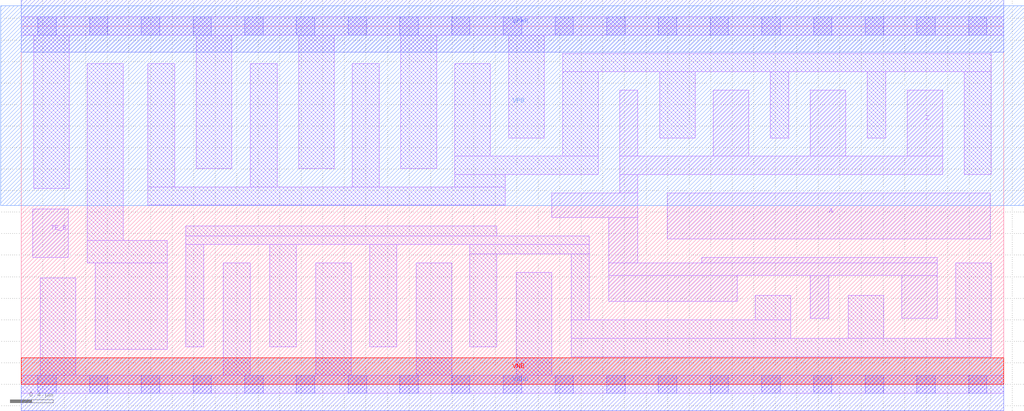
<source format=lef>
# Copyright 2020 The SkyWater PDK Authors
#
# Licensed under the Apache License, Version 2.0 (the "License");
# you may not use this file except in compliance with the License.
# You may obtain a copy of the License at
#
#     https://www.apache.org/licenses/LICENSE-2.0
#
# Unless required by applicable law or agreed to in writing, software
# distributed under the License is distributed on an "AS IS" BASIS,
# WITHOUT WARRANTIES OR CONDITIONS OF ANY KIND, either express or implied.
# See the License for the specific language governing permissions and
# limitations under the License.
#
# SPDX-License-Identifier: Apache-2.0

VERSION 5.7 ;
  NOWIREEXTENSIONATPIN ON ;
  DIVIDERCHAR "/" ;
  BUSBITCHARS "[]" ;
MACRO sky130_fd_sc_ls__einvn_8
  CLASS CORE ;
  FOREIGN sky130_fd_sc_ls__einvn_8 ;
  ORIGIN  0.000000  0.000000 ;
  SIZE  9.120000 BY  3.330000 ;
  SYMMETRY X Y ;
  SITE unit ;
  PIN A
    ANTENNAGATEAREA  2.232000 ;
    DIRECTION INPUT ;
    USE SIGNAL ;
    PORT
      LAYER li1 ;
        RECT 5.995000 1.350000 8.995000 1.780000 ;
    END
  END A
  PIN TE_B
    ANTENNAGATEAREA  1.623000 ;
    DIRECTION INPUT ;
    USE SIGNAL ;
    PORT
      LAYER li1 ;
        RECT 0.105000 1.180000 0.435000 1.630000 ;
    END
  END TE_B
  PIN Z
    ANTENNADIFFAREA  2.332400 ;
    DIRECTION OUTPUT ;
    USE SIGNAL ;
    PORT
      LAYER li1 ;
        RECT 4.925000 1.550000 5.725000 1.780000 ;
        RECT 5.455000 0.770000 6.645000 1.010000 ;
        RECT 5.455000 1.010000 8.505000 1.130000 ;
        RECT 5.455000 1.130000 5.725000 1.550000 ;
        RECT 5.555000 1.780000 5.725000 1.950000 ;
        RECT 5.555000 1.950000 8.555000 2.120000 ;
        RECT 5.555000 2.120000 5.725000 2.735000 ;
        RECT 6.315000 1.130000 8.505000 1.180000 ;
        RECT 6.425000 2.120000 6.755000 2.735000 ;
        RECT 7.325000 0.615000 7.495000 1.010000 ;
        RECT 7.325000 2.120000 7.655000 2.735000 ;
        RECT 8.175000 0.615000 8.505000 1.010000 ;
        RECT 8.225000 2.120000 8.555000 2.735000 ;
    END
  END Z
  PIN VGND
    DIRECTION INOUT ;
    SHAPE ABUTMENT ;
    USE GROUND ;
    PORT
      LAYER met1 ;
        RECT 0.000000 -0.245000 9.120000 0.245000 ;
    END
  END VGND
  PIN VNB
    DIRECTION INOUT ;
    USE GROUND ;
    PORT
      LAYER pwell ;
        RECT 0.000000 0.000000 9.120000 0.245000 ;
    END
  END VNB
  PIN VPB
    DIRECTION INOUT ;
    USE POWER ;
    PORT
      LAYER nwell ;
        RECT -0.190000 1.660000 9.310000 3.520000 ;
    END
  END VPB
  PIN VPWR
    DIRECTION INOUT ;
    SHAPE ABUTMENT ;
    USE POWER ;
    PORT
      LAYER met1 ;
        RECT 0.000000 3.085000 9.120000 3.575000 ;
    END
  END VPWR
  OBS
    LAYER li1 ;
      RECT 0.000000 -0.085000 9.120000 0.085000 ;
      RECT 0.000000  3.245000 9.120000 3.415000 ;
      RECT 0.115000  1.820000 0.445000 3.245000 ;
      RECT 0.175000  0.085000 0.505000 0.990000 ;
      RECT 0.615000  1.130000 1.355000 1.335000 ;
      RECT 0.615000  1.335000 0.945000 2.980000 ;
      RECT 0.685000  0.325000 1.355000 1.130000 ;
      RECT 1.175000  1.665000 4.495000 1.835000 ;
      RECT 1.175000  1.835000 1.425000 2.980000 ;
      RECT 1.525000  0.350000 1.695000 1.300000 ;
      RECT 1.525000  1.300000 5.275000 1.380000 ;
      RECT 1.525000  1.380000 4.415000 1.470000 ;
      RECT 1.625000  2.005000 1.955000 3.245000 ;
      RECT 1.875000  0.085000 2.125000 1.130000 ;
      RECT 2.125000  1.835000 2.375000 2.980000 ;
      RECT 2.305000  0.350000 2.555000 1.300000 ;
      RECT 2.575000  2.005000 2.905000 3.245000 ;
      RECT 2.735000  0.085000 3.065000 1.130000 ;
      RECT 3.075000  1.835000 3.325000 2.980000 ;
      RECT 3.235000  0.350000 3.485000 1.300000 ;
      RECT 3.525000  2.005000 3.855000 3.245000 ;
      RECT 3.665000  0.085000 3.995000 1.130000 ;
      RECT 4.025000  1.835000 4.495000 1.950000 ;
      RECT 4.025000  1.950000 5.355000 2.120000 ;
      RECT 4.025000  2.120000 4.355000 2.980000 ;
      RECT 4.165000  0.350000 4.415000 1.210000 ;
      RECT 4.165000  1.210000 5.275000 1.300000 ;
      RECT 4.525000  2.290000 4.855000 3.245000 ;
      RECT 4.595000  0.085000 4.925000 1.040000 ;
      RECT 5.025000  2.120000 5.355000 2.905000 ;
      RECT 5.025000  2.905000 9.005000 3.075000 ;
      RECT 5.105000  0.255000 9.005000 0.425000 ;
      RECT 5.105000  0.425000 7.145000 0.600000 ;
      RECT 5.105000  0.600000 5.275000 1.210000 ;
      RECT 5.925000  2.290000 6.255000 2.905000 ;
      RECT 6.815000  0.600000 7.145000 0.825000 ;
      RECT 6.955000  2.290000 7.125000 2.905000 ;
      RECT 7.675000  0.425000 8.005000 0.825000 ;
      RECT 7.855000  2.290000 8.025000 2.905000 ;
      RECT 8.675000  0.425000 9.005000 1.130000 ;
      RECT 8.755000  1.950000 9.005000 2.905000 ;
    LAYER mcon ;
      RECT 0.155000 -0.085000 0.325000 0.085000 ;
      RECT 0.155000  3.245000 0.325000 3.415000 ;
      RECT 0.635000 -0.085000 0.805000 0.085000 ;
      RECT 0.635000  3.245000 0.805000 3.415000 ;
      RECT 1.115000 -0.085000 1.285000 0.085000 ;
      RECT 1.115000  3.245000 1.285000 3.415000 ;
      RECT 1.595000 -0.085000 1.765000 0.085000 ;
      RECT 1.595000  3.245000 1.765000 3.415000 ;
      RECT 2.075000 -0.085000 2.245000 0.085000 ;
      RECT 2.075000  3.245000 2.245000 3.415000 ;
      RECT 2.555000 -0.085000 2.725000 0.085000 ;
      RECT 2.555000  3.245000 2.725000 3.415000 ;
      RECT 3.035000 -0.085000 3.205000 0.085000 ;
      RECT 3.035000  3.245000 3.205000 3.415000 ;
      RECT 3.515000 -0.085000 3.685000 0.085000 ;
      RECT 3.515000  3.245000 3.685000 3.415000 ;
      RECT 3.995000 -0.085000 4.165000 0.085000 ;
      RECT 3.995000  3.245000 4.165000 3.415000 ;
      RECT 4.475000 -0.085000 4.645000 0.085000 ;
      RECT 4.475000  3.245000 4.645000 3.415000 ;
      RECT 4.955000 -0.085000 5.125000 0.085000 ;
      RECT 4.955000  3.245000 5.125000 3.415000 ;
      RECT 5.435000 -0.085000 5.605000 0.085000 ;
      RECT 5.435000  3.245000 5.605000 3.415000 ;
      RECT 5.915000 -0.085000 6.085000 0.085000 ;
      RECT 5.915000  3.245000 6.085000 3.415000 ;
      RECT 6.395000 -0.085000 6.565000 0.085000 ;
      RECT 6.395000  3.245000 6.565000 3.415000 ;
      RECT 6.875000 -0.085000 7.045000 0.085000 ;
      RECT 6.875000  3.245000 7.045000 3.415000 ;
      RECT 7.355000 -0.085000 7.525000 0.085000 ;
      RECT 7.355000  3.245000 7.525000 3.415000 ;
      RECT 7.835000 -0.085000 8.005000 0.085000 ;
      RECT 7.835000  3.245000 8.005000 3.415000 ;
      RECT 8.315000 -0.085000 8.485000 0.085000 ;
      RECT 8.315000  3.245000 8.485000 3.415000 ;
      RECT 8.795000 -0.085000 8.965000 0.085000 ;
      RECT 8.795000  3.245000 8.965000 3.415000 ;
  END
END sky130_fd_sc_ls__einvn_8
END LIBRARY

</source>
